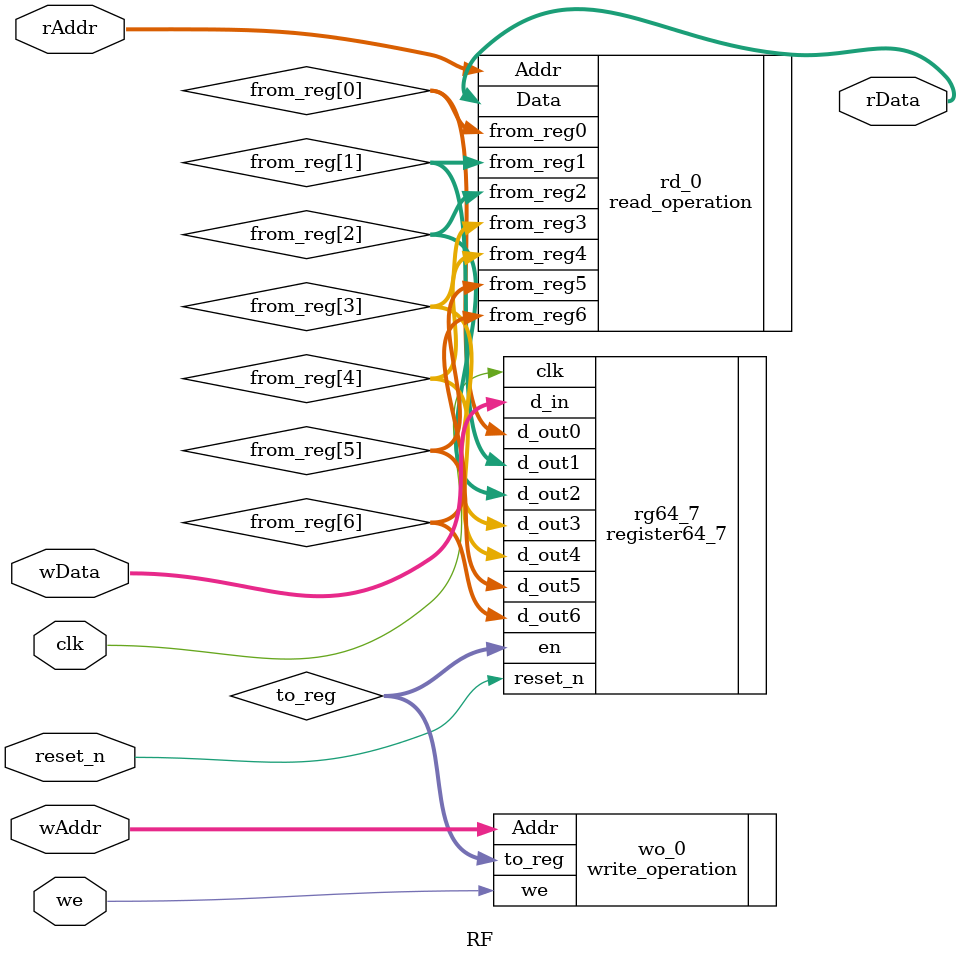
<source format=v>
module RF(clk, reset_n, wAddr, wData, we, rAddr, rData);
  input clk, reset_n;
  input we;
  input [7:0] wAddr, rAddr;
  input [63:0] wData;
  output [63:0] rData;
 
  wire [6:0] to_reg;
  wire [63:0] from_reg[6:0];
  
  //instance
  write_operation wo_0(.Addr(wAddr), .we(we), .to_reg(to_reg));
  register64_7 rg64_7(.clk(clk), .reset_n(reset_n), .en(to_reg), .d_in(wData), .d_out0(from_reg[0]), .d_out1(from_reg[1]), .d_out2(from_reg[2]), .d_out3(from_reg[3]), .d_out4(from_reg[4]), .d_out5(from_reg[5]), .d_out6(from_reg[6]));
  read_operation rd_0(.Addr(rAddr), .Data(rData), .from_reg0(from_reg[0]), .from_reg1(from_reg[1]), .from_reg2(from_reg[2]), .from_reg3(from_reg[3]), .from_reg4(from_reg[4]), .from_reg5(from_reg[5]), .from_reg6(from_reg[6]));
  
endmodule

</source>
